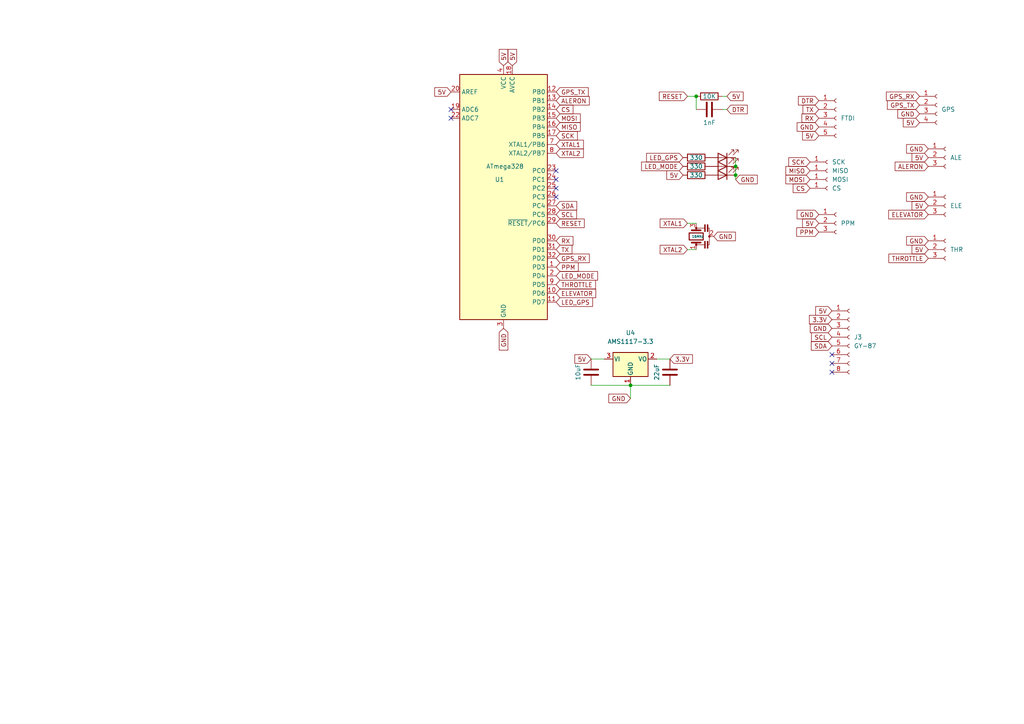
<source format=kicad_sch>
(kicad_sch (version 20211123) (generator eeschema)
  (paper "A4")
  (lib_symbols
    (symbol "Connector:Conn_01x01_Female" (pin_names (offset 1.016) hide)
      (property "Reference" "J" (at 0 2.54 0))
      (property "Value" "Conn_01x01_Female" (at 0 -2.54 0))
      (symbol "Conn_01x01_Female_1_1"
        (polyline (pts (xy -1.27 0) (xy -0.508 0)) (stroke (width 0.1524)))
        (arc (start 0 0.508) (mid -0.508 0) (end 0 -0.508) (stroke (width 0.1524)))
        (pin passive line (at -5.08 0 0) (length 3.81) (name "Pin_1") (number "1"))
      )
    )
    (symbol "Connector:Conn_01x03_Female" (pin_names (offset 1.016) hide)
      (property "Reference" "J" (at 0 5.08 0))
      (property "Value" "Conn_01x03_Female" (at 0 -5.08 0))
      (symbol "Conn_01x03_Female_1_1"
        (arc (start 0 -2.032) (mid -0.508 -2.54) (end 0 -3.048) (stroke (width 0.1524)))
        (polyline (pts (xy -1.27 -2.54) (xy -0.508 -2.54)) (stroke (width 0.1524)))
        (polyline (pts (xy -1.27 0) (xy -0.508 0)) (stroke (width 0.1524)))
        (polyline (pts (xy -1.27 2.54) (xy -0.508 2.54)) (stroke (width 0.1524)))
        (arc (start 0 0.508) (mid -0.508 0) (end 0 -0.508) (stroke (width 0.1524)))
        (arc (start 0 3.048) (mid -0.508 2.54) (end 0 2.032) (stroke (width 0.1524)))
        (pin passive line (at -5.08 2.54 0) (length 3.81) (name "Pin_1") (number "1"))
        (pin passive line (at -5.08 0 0) (length 3.81) (name "Pin_2") (number "2"))
        (pin passive line (at -5.08 -2.54 0) (length 3.81) (name "Pin_3") (number "3"))
      )
    )
    (symbol "Connector:Conn_01x04_Female" (pin_names (offset 1.016) hide)
      (property "Reference" "J" (at 0 5.08 0))
      (property "Value" "Conn_01x04_Female" (at 0 -7.62 0))
      (symbol "Conn_01x04_Female_1_1"
        (arc (start 0 -4.572) (mid -0.508 -5.08) (end 0 -5.588) (stroke (width 0.1524)))
        (arc (start 0 -2.032) (mid -0.508 -2.54) (end 0 -3.048) (stroke (width 0.1524)))
        (polyline (pts (xy -1.27 -5.08) (xy -0.508 -5.08)) (stroke (width 0.1524)))
        (polyline (pts (xy -1.27 -2.54) (xy -0.508 -2.54)) (stroke (width 0.1524)))
        (polyline (pts (xy -1.27 0) (xy -0.508 0)) (stroke (width 0.1524)))
        (polyline (pts (xy -1.27 2.54) (xy -0.508 2.54)) (stroke (width 0.1524)))
        (arc (start 0 0.508) (mid -0.508 0) (end 0 -0.508) (stroke (width 0.1524)))
        (arc (start 0 3.048) (mid -0.508 2.54) (end 0 2.032) (stroke (width 0.1524)))
        (pin passive line (at -5.08 2.54 0) (length 3.81) (name "Pin_1") (number "1"))
        (pin passive line (at -5.08 0 0) (length 3.81) (name "Pin_2") (number "2"))
        (pin passive line (at -5.08 -2.54 0) (length 3.81) (name "Pin_3") (number "3"))
        (pin passive line (at -5.08 -5.08 0) (length 3.81) (name "Pin_4") (number "4"))
      )
    )
    (symbol "Connector:Conn_01x05_Female" (pin_names (offset 1.016) hide)
      (property "Reference" "J" (at 0 7.62 0))
      (property "Value" "Conn_01x05_Female" (at 0 -7.62 0))
      (symbol "Conn_01x05_Female_1_1"
        (arc (start 0 -4.572) (mid -0.508 -5.08) (end 0 -5.588) (stroke (width 0.1524)))
        (arc (start 0 -2.032) (mid -0.508 -2.54) (end 0 -3.048) (stroke (width 0.1524)))
        (polyline (pts (xy -1.27 -5.08) (xy -0.508 -5.08)) (stroke (width 0.1524)))
        (polyline (pts (xy -1.27 -2.54) (xy -0.508 -2.54)) (stroke (width 0.1524)))
        (polyline (pts (xy -1.27 0) (xy -0.508 0)) (stroke (width 0.1524)))
        (polyline (pts (xy -1.27 2.54) (xy -0.508 2.54)) (stroke (width 0.1524)))
        (polyline (pts (xy -1.27 5.08) (xy -0.508 5.08)) (stroke (width 0.1524)))
        (arc (start 0 0.508) (mid -0.508 0) (end 0 -0.508) (stroke (width 0.1524)))
        (arc (start 0 3.048) (mid -0.508 2.54) (end 0 2.032) (stroke (width 0.1524)))
        (arc (start 0 5.588) (mid -0.508 5.08) (end 0 4.572) (stroke (width 0.1524)))
        (pin passive line (at -5.08 5.08 0) (length 3.81) (name "Pin_1") (number "1"))
        (pin passive line (at -5.08 2.54 0) (length 3.81) (name "Pin_2") (number "2"))
        (pin passive line (at -5.08 0 0) (length 3.81) (name "Pin_3") (number "3"))
        (pin passive line (at -5.08 -2.54 0) (length 3.81) (name "Pin_4") (number "4"))
        (pin passive line (at -5.08 -5.08 0) (length 3.81) (name "Pin_5") (number "5"))
      )
    )
    (symbol "Connector:Conn_01x08_Female" (pin_names (offset 1.016) hide)
      (property "Reference" "J" (at 0 10.16 0))
      (property "Value" "Conn_01x08_Female" (at 0 -12.7 0))
      (symbol "Conn_01x08_Female_1_1"
        (arc (start 0 -9.652) (mid -0.508 -10.16) (end 0 -10.668) (stroke (width 0.1524)))
        (arc (start 0 -7.112) (mid -0.508 -7.62) (end 0 -8.128) (stroke (width 0.1524)))
        (arc (start 0 -4.572) (mid -0.508 -5.08) (end 0 -5.588) (stroke (width 0.1524)))
        (arc (start 0 -2.032) (mid -0.508 -2.54) (end 0 -3.048) (stroke (width 0.1524)))
        (polyline (pts (xy -1.27 -10.16) (xy -0.508 -10.16)) (stroke (width 0.1524)))
        (polyline (pts (xy -1.27 -7.62) (xy -0.508 -7.62)) (stroke (width 0.1524)))
        (polyline (pts (xy -1.27 -5.08) (xy -0.508 -5.08)) (stroke (width 0.1524)))
        (polyline (pts (xy -1.27 -2.54) (xy -0.508 -2.54)) (stroke (width 0.1524)))
        (polyline (pts (xy -1.27 0) (xy -0.508 0)) (stroke (width 0.1524)))
        (polyline (pts (xy -1.27 2.54) (xy -0.508 2.54)) (stroke (width 0.1524)))
        (polyline (pts (xy -1.27 5.08) (xy -0.508 5.08)) (stroke (width 0.1524)))
        (polyline (pts (xy -1.27 7.62) (xy -0.508 7.62)) (stroke (width 0.1524)))
        (arc (start 0 0.508) (mid -0.508 0) (end 0 -0.508) (stroke (width 0.1524)))
        (arc (start 0 3.048) (mid -0.508 2.54) (end 0 2.032) (stroke (width 0.1524)))
        (arc (start 0 5.588) (mid -0.508 5.08) (end 0 4.572) (stroke (width 0.1524)))
        (arc (start 0 8.128) (mid -0.508 7.62) (end 0 7.112) (stroke (width 0.1524)))
        (pin passive line (at -5.08 7.62 0) (length 3.81) (name "Pin_1") (number "1"))
        (pin passive line (at -5.08 5.08 0) (length 3.81) (name "Pin_2") (number "2"))
        (pin passive line (at -5.08 2.54 0) (length 3.81) (name "Pin_3") (number "3"))
        (pin passive line (at -5.08 0 0) (length 3.81) (name "Pin_4") (number "4"))
        (pin passive line (at -5.08 -2.54 0) (length 3.81) (name "Pin_5") (number "5"))
        (pin passive line (at -5.08 -5.08 0) (length 3.81) (name "Pin_6") (number "6"))
        (pin passive line (at -5.08 -7.62 0) (length 3.81) (name "Pin_7") (number "7"))
        (pin passive line (at -5.08 -10.16 0) (length 3.81) (name "Pin_8") (number "8"))
      )
    )
    (symbol "Device:C" (pin_numbers hide) (pin_names (offset 0.254))
      (property "Reference" "C" (at 0.635 2.54 0))
      (property "Value" "C" (at 0.635 -2.54 0))
      (symbol "C_0_1"
        (polyline (pts (xy -2.032 -0.762) (xy 2.032 -0.762)) (stroke (width 0.508)))
        (polyline (pts (xy -2.032 0.762) (xy 2.032 0.762)) (stroke (width 0.508)))
      )
      (symbol "C_1_1"
        (pin passive line (at 0 3.81 270) (length 2.794) (name "~") (number "1"))
        (pin passive line (at 0 -3.81 90) (length 2.794) (name "~") (number "2"))
      )
    )
    (symbol "Device:LED" (pin_numbers hide) (pin_names (offset 1.016) hide)
      (property "Reference" "D" (at 0 2.54 0))
      (property "Value" "LED" (at 0 -2.54 0))
      (symbol "LED_0_1"
        (polyline (pts (xy -1.27 -1.27) (xy -1.27 1.27)) (stroke (width 0.254)))
        (polyline (pts (xy -1.27 0) (xy 1.27 0)))
        (polyline (pts (xy 1.27 -1.27) (xy 1.27 1.27) (xy -1.27 0) (xy 1.27 -1.27)) (stroke (width 0.254)))
        (polyline (pts (xy -3.048 -0.762) (xy -4.572 -2.286) (xy -3.81 -2.286) (xy -4.572 -2.286) (xy -4.572 -1.524)))
        (polyline (pts (xy -1.778 -0.762) (xy -3.302 -2.286) (xy -2.54 -2.286) (xy -3.302 -2.286) (xy -3.302 -1.524)))
      )
      (symbol "LED_1_1"
        (pin passive line (at -3.81 0 0) (length 2.54) (name "K") (number "1"))
        (pin passive line (at 3.81 0 180) (length 2.54) (name "A") (number "2"))
      )
    )
    (symbol "Device:R" (pin_numbers hide) (pin_names (offset 0))
      (property "Reference" "R" (at 2.032 0 90))
      (property "Value" "R" (at 0 0 90))
      (symbol "R_0_1"
        (rectangle (start -1.016 -2.54) (end 1.016 2.54) (stroke (width 0.254)))
      )
      (symbol "R_1_1"
        (pin passive line (at 0 3.81 270) (length 1.27) (name "~") (number "1"))
        (pin passive line (at 0 -3.81 90) (length 1.27) (name "~") (number "2"))
      )
    )
    (symbol "Device:Resonator" (pin_names (offset 1.016) hide)
      (property "Reference" "Y" (at 0 5.715 0))
      (property "Value" "Resonator" (at 0 3.81 0))
      (symbol "Resonator_0_1"
        (rectangle (start -3.429 -3.175) (end -1.397 -3.429) (fill (type outline)))
        (rectangle (start -3.429 -2.413) (end -1.397 -2.667) (fill (type outline)))
        (circle (center -2.413 0) (radius 0.254) (fill (type outline)))
        (rectangle (start -1.016 2.032) (end 1.016 -2.032) (stroke (width 0.3048)))
        (circle (center 0 -3.81) (radius 0.254) (fill (type outline)))
        (polyline (pts (xy -2.413 -2.413) (xy -2.413 0)))
        (polyline (pts (xy -1.905 0) (xy -3.175 0)))
        (polyline (pts (xy -1.778 -1.27) (xy -1.778 1.27)) (stroke (width 0.508)))
        (polyline (pts (xy 1.778 -1.27) (xy 1.778 1.27)) (stroke (width 0.508)))
        (polyline (pts (xy 1.905 0) (xy 2.54 0)))
        (polyline (pts (xy 2.413 0) (xy 2.413 -2.54)))
        (polyline (pts (xy 2.413 -3.302) (xy 2.413 -3.81) (xy -2.413 -3.81) (xy -2.413 -3.302)))
        (rectangle (start 1.397 -3.175) (end 3.429 -3.429) (fill (type outline)))
        (rectangle (start 1.397 -2.413) (end 3.429 -2.667) (fill (type outline)))
        (circle (center 2.413 0) (radius 0.254) (fill (type outline)))
      )
      (symbol "Resonator_1_1"
        (pin passive line (at -3.81 0 0) (length 1.27) (name "1") (number "1"))
        (pin passive line (at 0 -5.08 90) (length 1.27) (name "2") (number "2"))
        (pin passive line (at 3.81 0 180) (length 1.27) (name "3") (number "3"))
      )
    )
    (symbol "MCU_Microchip_ATmega:ATmega328-A"
      (property "Reference" "U" (at -12.7 36.83 0))
      (property "Value" "ATmega328-A" (at 2.54 -36.83 0))
      (symbol "ATmega328-A_0_1"
        (rectangle (start -12.7 -35.56) (end 12.7 35.56) (stroke (width 0.254)) (fill (type background)))
      )
      (symbol "ATmega328-A_1_1"
        (pin bidirectional line (at 15.24 -20.32 180) (length 2.54) (name "PD3") (number "1"))
        (pin bidirectional line (at 15.24 -27.94 180) (length 2.54) (name "PD6") (number "10"))
        (pin bidirectional line (at 15.24 -30.48 180) (length 2.54) (name "PD7") (number "11"))
        (pin bidirectional line (at 15.24 30.48 180) (length 2.54) (name "PB0") (number "12"))
        (pin bidirectional line (at 15.24 27.94 180) (length 2.54) (name "PB1") (number "13"))
        (pin bidirectional line (at 15.24 25.4 180) (length 2.54) (name "PB2") (number "14"))
        (pin bidirectional line (at 15.24 22.86 180) (length 2.54) (name "PB3") (number "15"))
        (pin bidirectional line (at 15.24 20.32 180) (length 2.54) (name "PB4") (number "16"))
        (pin bidirectional line (at 15.24 17.78 180) (length 2.54) (name "PB5") (number "17"))
        (pin power_in line (at 2.54 38.1 270) (length 2.54) (name "AVCC") (number "18"))
        (pin input line (at -15.24 25.4 0) (length 2.54) (name "ADC6") (number "19"))
        (pin bidirectional line (at 15.24 -22.86 180) (length 2.54) (name "PD4") (number "2"))
        (pin passive line (at -15.24 30.48 0) (length 2.54) (name "AREF") (number "20"))
        (pin passive line (at 0 -38.1 90) (length 2.54) hide (name "GND") (number "21"))
        (pin input line (at -15.24 22.86 0) (length 2.54) (name "ADC7") (number "22"))
        (pin bidirectional line (at 15.24 7.62 180) (length 2.54) (name "PC0") (number "23"))
        (pin bidirectional line (at 15.24 5.08 180) (length 2.54) (name "PC1") (number "24"))
        (pin bidirectional line (at 15.24 2.54 180) (length 2.54) (name "PC2") (number "25"))
        (pin bidirectional line (at 15.24 0 180) (length 2.54) (name "PC3") (number "26"))
        (pin bidirectional line (at 15.24 -2.54 180) (length 2.54) (name "PC4") (number "27"))
        (pin bidirectional line (at 15.24 -5.08 180) (length 2.54) (name "PC5") (number "28"))
        (pin bidirectional line (at 15.24 -7.62 180) (length 2.54) (name "~{RESET}/PC6") (number "29"))
        (pin power_in line (at 0 -38.1 90) (length 2.54) (name "GND") (number "3"))
        (pin bidirectional line (at 15.24 -12.7 180) (length 2.54) (name "PD0") (number "30"))
        (pin bidirectional line (at 15.24 -15.24 180) (length 2.54) (name "PD1") (number "31"))
        (pin bidirectional line (at 15.24 -17.78 180) (length 2.54) (name "PD2") (number "32"))
        (pin power_in line (at 0 38.1 270) (length 2.54) (name "VCC") (number "4"))
        (pin passive line (at 0 -38.1 90) (length 2.54) hide (name "GND") (number "5"))
        (pin passive line (at 0 38.1 270) (length 2.54) hide (name "VCC") (number "6"))
        (pin bidirectional line (at 15.24 15.24 180) (length 2.54) (name "XTAL1/PB6") (number "7"))
        (pin bidirectional line (at 15.24 12.7 180) (length 2.54) (name "XTAL2/PB7") (number "8"))
        (pin bidirectional line (at 15.24 -25.4 180) (length 2.54) (name "PD5") (number "9"))
      )
    )
    (symbol "Regulator_Linear:AP1117-33" (pin_names (offset 0.254))
      (property "Reference" "U" (at -3.81 3.175 0))
      (property "Value" "AP1117-33" (at 0 3.175 0))
      (symbol "AP1117-33_0_1"
        (rectangle (start -5.08 -5.08) (end 5.08 1.905) (stroke (width 0.254)) (fill (type background)))
      )
      (symbol "AP1117-33_1_1"
        (pin power_in line (at 0 -7.62 90) (length 2.54) (name "GND") (number "1"))
        (pin power_out line (at 7.62 0 180) (length 2.54) (name "VO") (number "2"))
        (pin power_in line (at -7.62 0 0) (length 2.54) (name "VI") (number "3"))
      )
    )
  )
  (junction (at 201.93 27.94))
  (junction (at 213.36 50.8))
  (junction (at 213.36 48.26))
  (junction (at 182.88 111.76))
  (no_connect (at 241.3 107.95))
  (no_connect (at 241.3 102.87))
  (no_connect (at 241.3 105.41))
  (no_connect (at 161.29 49.53))
  (no_connect (at 130.81 31.75))
  (no_connect (at 130.81 34.29))
  (no_connect (at 161.29 52.07))
  (no_connect (at 161.29 57.15))
  (no_connect (at 161.29 54.61))
  (wire (pts (xy 199.39 72.39) (xy 201.93 72.39)))
  (wire (pts (xy 213.36 50.8) (xy 213.36 52.07)))
  (wire (pts (xy 182.88 111.76) (xy 182.88 115.57)))
  (wire (pts (xy 199.39 64.77) (xy 201.93 64.77)))
  (wire (pts (xy 213.36 45.72) (xy 213.36 48.26)))
  (wire (pts (xy 182.88 111.76) (xy 194.31 111.76)))
  (wire (pts (xy 213.36 48.26) (xy 213.36 50.8)))
  (wire (pts (xy 171.45 111.76) (xy 182.88 111.76)))
  (wire (pts (xy 199.39 27.94) (xy 201.93 27.94)))
  (wire (pts (xy 209.55 31.75) (xy 210.82 31.75)))
  (wire (pts (xy 201.93 27.94) (xy 201.93 31.75)))
  (wire (pts (xy 171.45 104.14) (xy 175.26 104.14)))
  (wire (pts (xy 210.82 27.94) (xy 209.55 27.94)))
  (wire (pts (xy 190.5 104.14) (xy 194.31 104.14)))
  (global_label "THROTTLE" (shape input) (at 269.24 74.93 180) (property "Intersheet References" "${INTERSHEET_REFS}" (effects hide)))
  (global_label "THROTTLE" (shape input) (at 161.29 82.55 0) (property "Intersheet References" "${INTERSHEET_REFS}" (effects hide)))
  (global_label "5V" (shape input) (at 237.49 39.37 180) (property "Intersheet References" "${INTERSHEET_REFS}" (effects hide)))
  (global_label "DTR" (shape input) (at 237.49 29.21 180) (property "Intersheet References" "${INTERSHEET_REFS}" (effects hide)))
  (global_label "XTAL2" (shape input) (at 161.29 44.45 0) (property "Intersheet References" "${INTERSHEET_REFS}" (effects hide)))
  (global_label "GND" (shape input) (at 213.36 52.07 0) (property "Intersheet References" "${INTERSHEET_REFS}" (effects hide)))
  (global_label "LED_MODE" (shape input) (at 161.29 80.01 0) (property "Intersheet References" "${INTERSHEET_REFS}" (effects hide)))
  (global_label "SDA" (shape input) (at 161.29 59.69 0) (property "Intersheet References" "${INTERSHEET_REFS}" (effects hide)))
  (global_label "RESET" (shape input) (at 161.29 64.77 0) (property "Intersheet References" "${INTERSHEET_REFS}" (effects hide)))
  (global_label "MISO" (shape input) (at 161.29 36.83 0) (property "Intersheet References" "${INTERSHEET_REFS}" (effects hide)))
  (global_label "3.3V" (shape input) (at 241.3 92.71 180) (property "Intersheet References" "${INTERSHEET_REFS}" (effects hide)))
  (global_label "XTAL1" (shape input) (at 161.29 41.91 0) (property "Intersheet References" "${INTERSHEET_REFS}" (effects hide)))
  (global_label "ALERON" (shape input) (at 269.24 48.26 180) (property "Intersheet References" "${INTERSHEET_REFS}" (effects hide)))
  (global_label "SCL" (shape input) (at 241.3 97.79 180) (property "Intersheet References" "${INTERSHEET_REFS}" (effects hide)))
  (global_label "GND" (shape input) (at 269.24 69.85 180) (property "Intersheet References" "${INTERSHEET_REFS}" (effects hide)))
  (global_label "GND" (shape input) (at 146.05 95.25 270) (property "Intersheet References" "${INTERSHEET_REFS}" (effects hide)))
  (global_label "RX" (shape input) (at 237.49 34.29 180) (property "Intersheet References" "${INTERSHEET_REFS}" (effects hide)))
  (global_label "ELEVATOR" (shape input) (at 269.24 62.23 180) (property "Intersheet References" "${INTERSHEET_REFS}" (effects hide)))
  (global_label "GPS_RX" (shape input) (at 266.7 27.94 180) (property "Intersheet References" "${INTERSHEET_REFS}" (effects hide)))
  (global_label "PPM" (shape input) (at 161.29 77.47 0) (property "Intersheet References" "${INTERSHEET_REFS}" (effects hide)))
  (global_label "SCL" (shape input) (at 161.29 62.23 0) (property "Intersheet References" "${INTERSHEET_REFS}" (effects hide)))
  (global_label "5V" (shape input) (at 210.82 27.94 0) (property "Intersheet References" "${INTERSHEET_REFS}" (effects hide)))
  (global_label "GND" (shape input) (at 266.7 33.02 180) (property "Intersheet References" "${INTERSHEET_REFS}" (effects hide)))
  (global_label "5V" (shape input) (at 148.59 19.05 90) (property "Intersheet References" "${INTERSHEET_REFS}" (effects hide)))
  (global_label "5V" (shape input) (at 171.45 104.14 180) (property "Intersheet References" "${INTERSHEET_REFS}" (effects hide)))
  (global_label "SCK" (shape input) (at 234.95 46.99 180) (property "Intersheet References" "${INTERSHEET_REFS}" (effects hide)))
  (global_label "PPM" (shape input) (at 237.49 67.31 180) (property "Intersheet References" "${INTERSHEET_REFS}" (effects hide)))
  (global_label "GND" (shape input) (at 269.24 57.15 180) (property "Intersheet References" "${INTERSHEET_REFS}" (effects hide)))
  (global_label "SDA" (shape input) (at 241.3 100.33 180) (property "Intersheet References" "${INTERSHEET_REFS}" (effects hide)))
  (global_label "GND" (shape input) (at 269.24 43.18 180) (property "Intersheet References" "${INTERSHEET_REFS}" (effects hide)))
  (global_label "XTAL2" (shape input) (at 199.39 72.39 180) (property "Intersheet References" "${INTERSHEET_REFS}" (effects hide)))
  (global_label "3.3V" (shape input) (at 194.31 104.14 0) (property "Intersheet References" "${INTERSHEET_REFS}" (effects hide)))
  (global_label "XTAL1" (shape input) (at 199.39 64.77 180) (property "Intersheet References" "${INTERSHEET_REFS}" (effects hide)))
  (global_label "ALERON" (shape input) (at 161.29 29.21 0) (property "Intersheet References" "${INTERSHEET_REFS}" (effects hide)))
  (global_label "GPS_RX" (shape input) (at 161.29 74.93 0) (property "Intersheet References" "${INTERSHEET_REFS}" (effects hide)))
  (global_label "CS" (shape input) (at 161.29 31.75 0) (property "Intersheet References" "${INTERSHEET_REFS}" (effects hide)))
  (global_label "GND" (shape input) (at 237.49 36.83 180) (property "Intersheet References" "${INTERSHEET_REFS}" (effects hide)))
  (global_label "5V" (shape input) (at 146.05 19.05 90) (property "Intersheet References" "${INTERSHEET_REFS}" (effects hide)))
  (global_label "LED_MODE" (shape input) (at 198.12 48.26 180) (property "Intersheet References" "${INTERSHEET_REFS}" (effects hide)))
  (global_label "5V" (shape input) (at 266.7 35.56 180) (property "Intersheet References" "${INTERSHEET_REFS}" (effects hide)))
  (global_label "5V" (shape input) (at 269.24 59.69 180) (property "Intersheet References" "${INTERSHEET_REFS}" (effects hide)))
  (global_label "ELEVATOR" (shape input) (at 161.29 85.09 0) (property "Intersheet References" "${INTERSHEET_REFS}" (effects hide)))
  (global_label "RX" (shape input) (at 161.29 69.85 0) (property "Intersheet References" "${INTERSHEET_REFS}" (effects hide)))
  (global_label "SCK" (shape input) (at 161.29 39.37 0) (property "Intersheet References" "${INTERSHEET_REFS}" (effects hide)))
  (global_label "LED_GPS" (shape input) (at 161.29 87.63 0) (property "Intersheet References" "${INTERSHEET_REFS}" (effects hide)))
  (global_label "DTR" (shape input) (at 210.82 31.75 0) (property "Intersheet References" "${INTERSHEET_REFS}" (effects hide)))
  (global_label "5V" (shape input) (at 130.81 26.67 180) (property "Intersheet References" "${INTERSHEET_REFS}" (effects hide)))
  (global_label "5V" (shape input) (at 198.12 50.8 180) (property "Intersheet References" "${INTERSHEET_REFS}" (effects hide)))
  (global_label "CS" (shape input) (at 234.95 54.61 180) (property "Intersheet References" "${INTERSHEET_REFS}" (effects hide)))
  (global_label "GND" (shape input) (at 182.88 115.57 180) (property "Intersheet References" "${INTERSHEET_REFS}" (effects hide)))
  (global_label "5V" (shape input) (at 241.3 90.17 180) (property "Intersheet References" "${INTERSHEET_REFS}" (effects hide)))
  (global_label "GND" (shape input) (at 207.01 68.58 0) (property "Intersheet References" "${INTERSHEET_REFS}" (effects hide)))
  (global_label "TX" (shape input) (at 161.29 72.39 0) (property "Intersheet References" "${INTERSHEET_REFS}" (effects hide)))
  (global_label "MISO" (shape input) (at 234.95 49.53 180) (property "Intersheet References" "${INTERSHEET_REFS}" (effects hide)))
  (global_label "MOSI" (shape input) (at 161.29 34.29 0) (property "Intersheet References" "${INTERSHEET_REFS}" (effects hide)))
  (global_label "5V" (shape input) (at 269.24 45.72 180) (property "Intersheet References" "${INTERSHEET_REFS}" (effects hide)))
  (global_label "GND" (shape input) (at 237.49 62.23 180) (property "Intersheet References" "${INTERSHEET_REFS}" (effects hide)))
  (global_label "GND" (shape input) (at 241.3 95.25 180) (property "Intersheet References" "${INTERSHEET_REFS}" (effects hide)))
  (global_label "TX" (shape input) (at 237.49 31.75 180) (property "Intersheet References" "${INTERSHEET_REFS}" (effects hide)))
  (global_label "GPS_TX" (shape input) (at 161.29 26.67 0) (property "Intersheet References" "${INTERSHEET_REFS}" (effects hide)))
  (global_label "RESET" (shape input) (at 199.39 27.94 180) (property "Intersheet References" "${INTERSHEET_REFS}" (effects hide)))
  (global_label "MOSI" (shape input) (at 234.95 52.07 180) (property "Intersheet References" "${INTERSHEET_REFS}" (effects hide)))
  (global_label "LED_GPS" (shape input) (at 198.12 45.72 180) (property "Intersheet References" "${INTERSHEET_REFS}" (effects hide)))
  (global_label "5V" (shape input) (at 269.24 72.39 180) (property "Intersheet References" "${INTERSHEET_REFS}" (effects hide)))
  (global_label "5V" (shape input) (at 237.49 64.77 180) (property "Intersheet References" "${INTERSHEET_REFS}" (effects hide)))
  (global_label "GPS_TX" (shape input) (at 266.7 30.48 180) (property "Intersheet References" "${INTERSHEET_REFS}" (effects hide)))
  (symbol (lib_id "Device:LED") (at 209.55 48.26 180) (unit 1)
    (property "Reference" "D2" (effects hide))
    (property "Value" "MODE" (effects hide))
    (property "Footprint" "LED_SMD:LED_0805_2012Metric_Pad1.15x1.40mm_HandSolder" (effects hide))
  )
  (symbol (lib_id "Connector:Conn_01x03_Female") (at 274.32 59.69 0) (unit 1)
    (property "Reference" "J2" (effects hide))
    (property "Value" "ELE" (at 275.59 59.6899 0) (effects (justify left)))
    (property "Footprint" "Connector_PinHeader_2.54mm:PinHeader_1x03_P2.54mm_Vertical" (effects hide))
  )
  (symbol (lib_id "Connector:Conn_01x03_Female") (at 274.32 45.72 0) (unit 1)
    (property "Reference" "J1" (effects hide))
    (property "Value" "ALE" (at 275.59 45.7199 0) (effects (justify left)))
    (property "Footprint" "Connector_PinHeader_2.54mm:PinHeader_1x03_P2.54mm_Vertical" (effects hide))
  )
  (symbol (lib_id "Device:C") (at 194.31 107.95 180) (unit 1)
    (property "Reference" "C11" (effects hide))
    (property "Value" "22uF" (at 190.5 107.95 90))
    (property "Footprint" "Capacitor_SMD:C_0805_2012Metric_Pad1.18x1.45mm_HandSolder" (effects hide))
  )
  (symbol (lib_id "Device:R") (at 201.93 45.72 90) (unit 1)
    (property "Reference" "R2" (effects hide))
    (property "Value" "330" (at 201.93 45.72 90))
    (property "Footprint" "Resistor_SMD:R_0805_2012Metric_Pad1.20x1.40mm_HandSolder" (effects hide))
  )
  (symbol (lib_id "Connector:Conn_01x01_Female") (at 240.03 49.53 0) (unit 1)
    (property "Reference" "J12" (effects hide))
    (property "Value" "MISO" (at 241.3 49.5299 0) (effects (justify left)))
    (property "Footprint" "Connector_PinHeader_2.54mm:PinHeader_1x01_P2.54mm_Vertical" (effects hide))
  )
  (symbol (lib_id "Connector:Conn_01x01_Female") (at 240.03 52.07 0) (unit 1)
    (property "Reference" "J5" (effects hide))
    (property "Value" "MOSI" (at 241.3 52.0699 0) (effects (justify left)))
    (property "Footprint" "Connector_PinHeader_2.54mm:PinHeader_1x01_P2.54mm_Vertical" (effects hide))
  )
  (symbol (lib_id "Regulator_Linear:AP1117-33") (at 182.88 104.14 0) (unit 1)
    (property "Reference" "U4" (at 182.88 96.52 0))
    (property "Value" "AMS1117-3.3" (at 182.88 99.06 0))
    (property "Footprint" "Package_TO_SOT_SMD:SOT-223-3_TabPin2" (effects hide))
    (property "Datasheet" "http://www.diodes.com/datasheets/AP1117.pdf" (effects hide))
  )
  (symbol (lib_id "Connector:Conn_01x05_Female") (at 242.57 34.29 0) (unit 1)
    (property "Reference" "J4" (effects hide))
    (property "Value" "FTDI" (at 243.84 34.2899 0) (effects (justify left)))
    (property "Footprint" "Connector_PinHeader_2.54mm:PinHeader_1x05_P2.54mm_Vertical" (effects hide))
  )
  (symbol (lib_id "MCU_Microchip_ATmega:ATmega328-A") (at 146.05 57.15 0) (unit 1)
    (property "Reference" "U1" (at 143.51 52.07 0) (effects (justify left)))
    (property "Value" "ATmega328" (at 140.97 48.26 0) (effects (justify left)))
    (property "Footprint" "Package_QFP:TQFP-32_7x7mm_P0.8mm" (effects hide))
    (property "Datasheet" "http://ww1.microchip.com/downloads/en/DeviceDoc/ATmega328_P%20AVR%20MCU%20with%20picoPower%20Technology%20Data%20Sheet%2040001984A.pdf" (effects hide))
  )
  (symbol (lib_id "Device:R") (at 205.74 27.94 90) (unit 1)
    (property "Reference" "R1" (effects hide))
    (property "Value" "10K" (at 205.74 27.94 90))
    (property "Footprint" "Resistor_SMD:R_0805_2012Metric_Pad1.20x1.40mm_HandSolder" (effects hide))
  )
  (symbol (lib_id "Connector:Conn_01x08_Female") (at 246.38 97.79 0) (unit 1)
    (property "Reference" "J3" (at 247.65 97.7899 0) (effects (justify left)))
    (property "Value" "GY-87" (at 247.65 100.3299 0) (effects (justify left)))
    (property "Footprint" "Connector_PinHeader_2.54mm:PinHeader_1x08_P2.54mm_Vertical" (effects hide))
  )
  (symbol (lib_id "Connector:Conn_01x01_Female") (at 240.03 54.61 0) (unit 1)
    (property "Reference" "J9" (effects hide))
    (property "Value" "CS" (at 241.3 54.6099 0) (effects (justify left)))
    (property "Footprint" "Connector_PinHeader_2.54mm:PinHeader_1x01_P2.54mm_Vertical" (effects hide))
  )
  (symbol (lib_id "Device:LED") (at 209.55 50.8 180) (unit 1)
    (property "Reference" "D3" (effects hide))
    (property "Value" "PWR" (effects hide))
    (property "Footprint" "LED_SMD:LED_0805_2012Metric_Pad1.15x1.40mm_HandSolder" (effects hide))
  )
  (symbol (lib_id "Connector:Conn_01x01_Female") (at 240.03 46.99 0) (unit 1)
    (property "Reference" "J11" (effects hide))
    (property "Value" "SCK" (at 241.3 46.9899 0) (effects (justify left)))
    (property "Footprint" "Connector_PinHeader_2.54mm:PinHeader_1x01_P2.54mm_Vertical" (effects hide))
  )
  (symbol (lib_id "Device:LED") (at 209.55 45.72 180) (unit 1)
    (property "Reference" "D1" (effects hide))
    (property "Value" "GPS" (effects hide))
    (property "Footprint" "LED_SMD:LED_0805_2012Metric_Pad1.15x1.40mm_HandSolder" (effects hide))
  )
  (symbol (lib_id "Connector:Conn_01x04_Female") (at 271.78 30.48 0) (unit 1)
    (property "Reference" "J8" (effects hide))
    (property "Value" "GPS" (at 273.05 31.7499 0) (effects (justify left)))
    (property "Footprint" "Connector_PinHeader_2.54mm:PinHeader_1x04_P2.54mm_Vertical" (effects hide))
  )
  (symbol (lib_id "Connector:Conn_01x03_Female") (at 242.57 64.77 0) (unit 1)
    (property "Reference" "J7" (effects hide))
    (property "Value" "PPM" (at 243.84 64.7699 0) (effects (justify left)))
    (property "Footprint" "Connector_PinHeader_2.54mm:PinHeader_1x03_P2.54mm_Vertical" (effects hide))
  )
  (symbol (lib_id "Device:R") (at 201.93 50.8 90) (unit 1)
    (property "Reference" "R4" (effects hide))
    (property "Value" "330" (at 201.93 50.8 90))
    (property "Footprint" "Resistor_SMD:R_0805_2012Metric_Pad1.20x1.40mm_HandSolder" (effects hide))
  )
  (symbol (lib_id "Device:C") (at 205.74 31.75 90) (unit 1)
    (property "Reference" "C3" (effects hide))
    (property "Value" "1nF" (at 205.74 35.56 90))
    (property "Footprint" "Capacitor_SMD:C_0805_2012Metric_Pad1.18x1.45mm_HandSolder" (effects hide))
  )
  (symbol (lib_id "Device:R") (at 201.93 48.26 90) (unit 1)
    (property "Reference" "R3" (effects hide))
    (property "Value" "330" (at 201.93 48.26 90))
    (property "Footprint" "Resistor_SMD:R_0805_2012Metric_Pad1.20x1.40mm_HandSolder" (effects hide))
  )
  (symbol (lib_id "Connector:Conn_01x03_Female") (at 274.32 72.39 0) (unit 1)
    (property "Reference" "J6" (effects hide))
    (property "Value" "THR" (at 275.59 72.3899 0) (effects (justify left)))
    (property "Footprint" "Connector_PinHeader_2.54mm:PinHeader_1x03_P2.54mm_Vertical" (effects hide))
  )
  (symbol (lib_id "Device:Resonator") (at 201.93 68.58 90) (unit 1)
    (property "Reference" "Y1" (effects hide))
    (property "Value" "16Mhz" (at 200.66 68.58 90) (effects (font (size 0.7 0.7)) (justify right)))
    (property "Footprint" "Crystal:Resonator_SMD_Murata_CSTxExxV-3Pin_3.0x1.1mm_HandSoldering" (effects hide))
  )
  (symbol (lib_id "Device:C") (at 171.45 107.95 180) (unit 1)
    (property "Reference" "C10" (effects hide))
    (property "Value" "10uF" (at 167.64 107.95 90))
    (property "Footprint" "Capacitor_SMD:C_0805_2012Metric_Pad1.18x1.45mm_HandSolder" (effects hide))
  )
)
</source>
